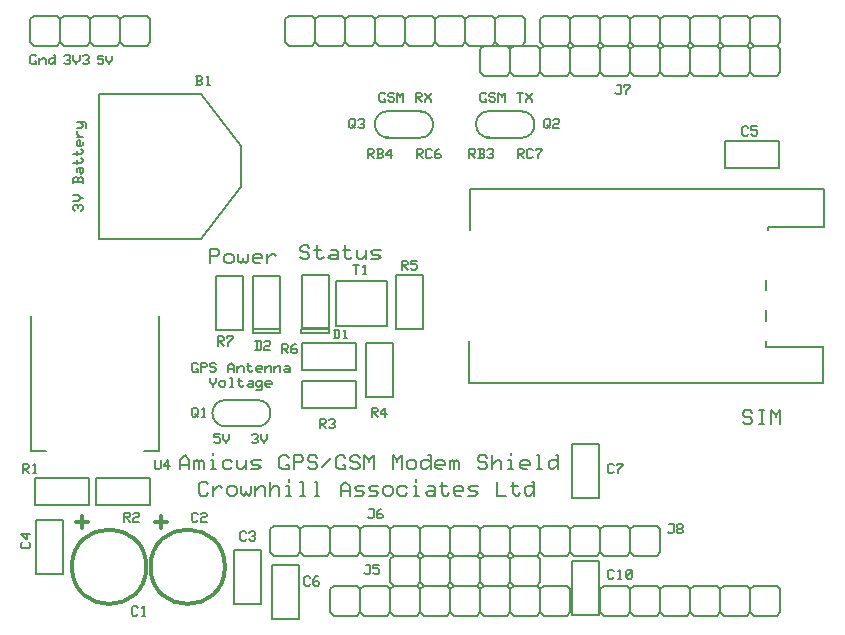
<source format=gbr>
G04 GERBER ASCII OUTPUT FROM: EDWINXP (VER. 1.61 REV. 20080915)*
G04 GERBER FORMAT: RX-274-X*
G04 BOARD: AMICUS_GSM_SHIELD*
G04 ARTWORK OF COMP.PRINT POSITIVE*
%ASAXBY*%
%FSLAX23Y23*%
%MIA0B0*%
%MOIN*%
%OFA0.0000B0.0000*%
%SFA1B1*%
%IJA0B0*%
%INLAYER0POS*%
%IOA0B0*%
%IPPOS*%
%IR0*%
G04 APERTURE MACROS*
%AMEDWDONUT*
1,1,$1,$2,$3*
1,0,$4,$2,$3*
%
%AMEDWFRECT*
20,1,$1,$2,$3,$4,$5,$6*
%
%AMEDWORECT*
20,1,$1,$2,$3,$4,$5,$10*
20,1,$1,$4,$5,$6,$7,$10*
20,1,$1,$6,$7,$8,$9,$10*
20,1,$1,$8,$9,$2,$3,$10*
1,1,$1,$2,$3*
1,1,$1,$4,$5*
1,1,$1,$6,$7*
1,1,$1,$8,$9*
%
%AMEDWLINER*
20,1,$1,$2,$3,$4,$5,$6*
1,1,$1,$2,$3*
1,1,$1,$4,$5*
%
%AMEDWFTRNG*
4,1,3,$1,$2,$3,$4,$5,$6,$7,$8,$9*
%
%AMEDWATRNG*
4,1,3,$1,$2,$3,$4,$5,$6,$7,$8,$9*
20,1,$11,$1,$2,$3,$4,$10*
20,1,$11,$3,$4,$5,$6,$10*
20,1,$11,$5,$6,$7,$8,$10*
1,1,$11,$3,$4*
1,1,$11,$5,$6*
1,1,$11,$7,$8*
%
%AMEDWOTRNG*
20,1,$1,$2,$3,$4,$5,$8*
20,1,$1,$4,$5,$6,$7,$8*
20,1,$1,$6,$7,$2,$3,$8*
1,1,$1,$2,$3*
1,1,$1,$4,$5*
1,1,$1,$6,$7*
%
G04*
G04 APERTURE LIST*
%ADD10R,0.07874X0.05512*%
%ADD11R,0.10274X0.07912*%
%ADD12R,0.0748X0.05118*%
%ADD13R,0.0988X0.07518*%
%ADD14R,0.0700X0.0650*%
%ADD15R,0.0940X0.0890*%
%ADD16R,0.0600X0.0550*%
%ADD17R,0.0840X0.0790*%
%ADD18R,0.0650X0.0700*%
%ADD19R,0.0890X0.0940*%
%ADD20R,0.0550X0.0600*%
%ADD21R,0.0790X0.0840*%
%ADD22R,0.01378X0.06496*%
%ADD23R,0.03778X0.08896*%
%ADD24R,0.01181X0.06299*%
%ADD25R,0.03581X0.08699*%
%ADD26R,0.03386X0.05354*%
%ADD27R,0.05786X0.07754*%
%ADD28R,0.0315X0.05118*%
%ADD29R,0.0555X0.07518*%
%ADD30R,0.16535X0.16535*%
%ADD31R,0.18935X0.18935*%
%ADD32R,0.15748X0.15748*%
%ADD33R,0.18148X0.18148*%
%ADD34R,0.0450X0.0900*%
%ADD35R,0.0690X0.1140*%
%ADD36R,0.0350X0.0800*%
%ADD37R,0.0590X0.1040*%
%ADD38R,0.4200X0.1100*%
%ADD39R,0.4440X0.1340*%
%ADD40R,0.4100X0.1000*%
%ADD41R,0.4340X0.1240*%
%ADD42R,0.0580X0.0500*%
%ADD43R,0.0820X0.0740*%
%ADD44R,0.0480X0.0400*%
%ADD45R,0.0720X0.0640*%
%ADD46R,0.04724X0.06693*%
%ADD47R,0.07124X0.09093*%
%ADD48R,0.03937X0.05906*%
%ADD49R,0.06337X0.08306*%
%ADD50R,0.1350X0.1350*%
%ADD51R,0.1590X0.1590*%
%ADD52R,0.1250X0.1250*%
%ADD53R,0.1490X0.1490*%
%ADD54R,0.1700X0.1700*%
%ADD55R,0.1940X0.1940*%
%ADD56R,0.1560X0.1560*%
%ADD57R,0.1800X0.1800*%
%ADD58R,0.0860X0.0860*%
%ADD59R,0.1100X0.1100*%
%ADD60R,0.0700X0.0700*%
%ADD61R,0.0940X0.0940*%
%ADD62C,0.00039*%
%ADD64C,0.0010*%
%ADD66C,0.00118*%
%ADD68C,0.00197*%
%ADD70C,0.0020*%
%ADD71R,0.0020X0.0020*%
%ADD72C,0.0030*%
%ADD73R,0.0030X0.0030*%
%ADD74C,0.00394*%
%ADD76C,0.0040*%
%ADD77R,0.0040X0.0040*%
%ADD78C,0.0050*%
%ADD79R,0.0050X0.0050*%
%ADD80C,0.00512*%
%ADD81R,0.00512X0.00512*%
%ADD82C,0.00591*%
%ADD83R,0.00591X0.00591*%
%ADD84C,0.00659*%
%ADD85R,0.00659X0.00659*%
%ADD86C,0.00787*%
%ADD87R,0.00787X0.00787*%
%ADD88C,0.00799*%
%ADD90C,0.0080*%
%ADD92C,0.00984*%
%ADD93R,0.00984X0.00984*%
%ADD94C,0.0100*%
%ADD95R,0.0100X0.0100*%
%ADD96C,0.01181*%
%ADD97R,0.01181X0.01181*%
%ADD98C,0.0120*%
%ADD100C,0.0120*%
%ADD102C,0.0126*%
%ADD104C,0.0130*%
%ADD106C,0.01378*%
%ADD107R,0.01378X0.01378*%
%ADD108C,0.0150*%
%ADD109R,0.0150X0.0150*%
%ADD110C,0.0160*%
%ADD112C,0.01654*%
%ADD113R,0.01654X0.01654*%
%ADD114C,0.01969*%
%ADD115R,0.01969X0.01969*%
%ADD116C,0.0200*%
%ADD118C,0.02362*%
%ADD119R,0.02362X0.02362*%
%ADD120C,0.0240*%
%ADD121R,0.0240X0.0240*%
%ADD122C,0.0240*%
%ADD123R,0.0240X0.0240*%
%ADD124C,0.02439*%
%ADD125R,0.02439X0.02439*%
%ADD126C,0.02441*%
%ADD127R,0.02441X0.02441*%
%ADD128C,0.0250*%
%ADD129R,0.0250X0.0250*%
%ADD130C,0.02597*%
%ADD132C,0.02756*%
%ADD134C,0.02794*%
%ADD136C,0.0290*%
%ADD138C,0.02912*%
%ADD139R,0.02912X0.02912*%
%ADD140C,0.02991*%
%ADD141R,0.02991X0.02991*%
%ADD142C,0.0300*%
%ADD143R,0.0300X0.0300*%
%ADD144C,0.03059*%
%ADD145R,0.03059X0.03059*%
%ADD146C,0.0315*%
%ADD147R,0.0315X0.0315*%
%ADD148C,0.03187*%
%ADD150C,0.03199*%
%ADD151R,0.03199X0.03199*%
%ADD152C,0.0320*%
%ADD153R,0.0320X0.0320*%
%ADD154C,0.03386*%
%ADD155R,0.03386X0.03386*%
%ADD156C,0.0350*%
%ADD157R,0.0350X0.0350*%
%ADD158C,0.03581*%
%ADD159R,0.03581X0.03581*%
%ADD160C,0.0360*%
%ADD162C,0.0370*%
%ADD164C,0.03778*%
%ADD165R,0.03778X0.03778*%
%ADD166C,0.0390*%
%ADD167R,0.0390X0.0390*%
%ADD168C,0.03937*%
%ADD169R,0.03937X0.03937*%
%ADD170C,0.0400*%
%ADD171R,0.0400X0.0400*%
%ADD172C,0.04173*%
%ADD173R,0.04173X0.04173*%
%ADD174C,0.04331*%
%ADD176C,0.04369*%
%ADD177R,0.04369X0.04369*%
%ADD178C,0.0440*%
%ADD180C,0.0450*%
%ADD181R,0.0450X0.0450*%
%ADD182C,0.0470*%
%ADD183R,0.0470X0.0470*%
%ADD184C,0.04724*%
%ADD185R,0.04724X0.04724*%
%ADD186C,0.04762*%
%ADD187R,0.04762X0.04762*%
%ADD188C,0.0490*%
%ADD189R,0.0490X0.0490*%
%ADD190C,0.04921*%
%ADD191R,0.04921X0.04921*%
%ADD192C,0.04961*%
%ADD193R,0.04961X0.04961*%
%ADD194C,0.0500*%
%ADD195R,0.0500X0.0500*%
%ADD196C,0.05118*%
%ADD197R,0.05118X0.05118*%
%ADD198C,0.05354*%
%ADD199R,0.05354X0.05354*%
%ADD200C,0.05512*%
%ADD201R,0.05512X0.05512*%
%ADD202C,0.0555*%
%ADD203R,0.0555X0.0555*%
%ADD204C,0.0560*%
%ADD205R,0.0560X0.0560*%
%ADD206C,0.0570*%
%ADD207R,0.0570X0.0570*%
%ADD208C,0.05786*%
%ADD209R,0.05786X0.05786*%
%ADD210C,0.0590*%
%ADD211R,0.0590X0.0590*%
%ADD212C,0.05906*%
%ADD213R,0.05906X0.05906*%
%ADD214C,0.05945*%
%ADD215R,0.05945X0.05945*%
%ADD216C,0.0600*%
%ADD217R,0.0600X0.0600*%
%ADD218C,0.0620*%
%ADD219R,0.0620X0.0620*%
%ADD220C,0.06201*%
%ADD221R,0.06201X0.06201*%
%ADD222C,0.06299*%
%ADD223R,0.06299X0.06299*%
%ADD224C,0.06337*%
%ADD225R,0.06337X0.06337*%
%ADD226C,0.06496*%
%ADD227R,0.06496X0.06496*%
%ADD228C,0.0650*%
%ADD229R,0.0650X0.0650*%
%ADD230C,0.06693*%
%ADD231R,0.06693X0.06693*%
%ADD232C,0.06731*%
%ADD233R,0.06731X0.06731*%
%ADD234C,0.0690*%
%ADD235R,0.0690X0.0690*%
%ADD236C,0.06906*%
%ADD237R,0.06906X0.06906*%
%ADD238C,0.0700*%
%ADD239R,0.0700X0.0700*%
%ADD240C,0.07008*%
%ADD241R,0.07008X0.07008*%
%ADD242C,0.07087*%
%ADD243R,0.07087X0.07087*%
%ADD244C,0.0710*%
%ADD245R,0.0710X0.0710*%
%ADD246C,0.07124*%
%ADD247R,0.07124X0.07124*%
%ADD248C,0.0740*%
%ADD249R,0.0740X0.0740*%
%ADD250C,0.0748*%
%ADD251R,0.0748X0.0748*%
%ADD252C,0.0750*%
%ADD253R,0.0750X0.0750*%
%ADD254C,0.07518*%
%ADD255R,0.07518X0.07518*%
%ADD256C,0.07598*%
%ADD257R,0.07598X0.07598*%
%ADD258C,0.0760*%
%ADD259R,0.0760X0.0760*%
%ADD260C,0.07754*%
%ADD261R,0.07754X0.07754*%
%ADD262C,0.07795*%
%ADD263R,0.07795X0.07795*%
%ADD264C,0.07874*%
%ADD265R,0.07874X0.07874*%
%ADD266C,0.07912*%
%ADD267R,0.07912X0.07912*%
%ADD268C,0.0800*%
%ADD269R,0.0800X0.0800*%
%ADD270C,0.0810*%
%ADD271R,0.0810X0.0810*%
%ADD272C,0.08268*%
%ADD273R,0.08268X0.08268*%
%ADD274C,0.08306*%
%ADD275R,0.08306X0.08306*%
%ADD276C,0.08345*%
%ADD277R,0.08345X0.08345*%
%ADD278C,0.0840*%
%ADD279R,0.0840X0.0840*%
%ADD280C,0.08598*%
%ADD281R,0.08598X0.08598*%
%ADD282C,0.0860*%
%ADD283R,0.0860X0.0860*%
%ADD284C,0.08601*%
%ADD285R,0.08601X0.08601*%
%ADD286C,0.08661*%
%ADD287R,0.08661X0.08661*%
%ADD288C,0.08699*%
%ADD289R,0.08699X0.08699*%
%ADD290C,0.0870*%
%ADD291R,0.0870X0.0870*%
%ADD292C,0.08896*%
%ADD293R,0.08896X0.08896*%
%ADD294C,0.0890*%
%ADD295R,0.0890X0.0890*%
%ADD296C,0.0900*%
%ADD297R,0.0900X0.0900*%
%ADD298C,0.09093*%
%ADD299R,0.09093X0.09093*%
%ADD300C,0.0940*%
%ADD301R,0.0940X0.0940*%
%ADD302C,0.09449*%
%ADD303R,0.09449X0.09449*%
%ADD304C,0.09528*%
%ADD305R,0.09528X0.09528*%
%ADD306C,0.0970*%
%ADD307R,0.0970X0.0970*%
%ADD308C,0.09843*%
%ADD309R,0.09843X0.09843*%
%ADD310C,0.0988*%
%ADD311R,0.0988X0.0988*%
%ADD312C,0.0990*%
%ADD313R,0.0990X0.0990*%
%ADD314C,0.09998*%
%ADD316C,0.1000*%
%ADD317R,0.1000X0.1000*%
%ADD318C,0.10236*%
%ADD319R,0.10236X0.10236*%
%ADD320C,0.10274*%
%ADD321R,0.10274X0.10274*%
%ADD322C,0.10315*%
%ADD323R,0.10315X0.10315*%
%ADD324C,0.1040*%
%ADD325R,0.1040X0.1040*%
%ADD326C,0.1063*%
%ADD327R,0.1063X0.1063*%
%ADD328C,0.10668*%
%ADD329R,0.10668X0.10668*%
%ADD330C,0.10998*%
%ADD331R,0.10998X0.10998*%
%ADD332C,0.1100*%
%ADD333R,0.1100X0.1100*%
%ADD334C,0.11024*%
%ADD335R,0.11024X0.11024*%
%ADD336C,0.11061*%
%ADD337R,0.11061X0.11061*%
%ADD338C,0.1110*%
%ADD339R,0.1110X0.1110*%
%ADD340C,0.1120*%
%ADD341R,0.1120X0.1120*%
%ADD342C,0.1140*%
%ADD343R,0.1140X0.1140*%
%ADD344C,0.1150*%
%ADD345R,0.1150X0.1150*%
%ADD346C,0.11811*%
%ADD347R,0.11811X0.11811*%
%ADD348C,0.1200*%
%ADD349R,0.1200X0.1200*%
%ADD350C,0.1210*%
%ADD351R,0.1210X0.1210*%
%ADD352C,0.12243*%
%ADD353R,0.12243X0.12243*%
%ADD354C,0.1240*%
%ADD355R,0.1240X0.1240*%
%ADD356C,0.1250*%
%ADD357R,0.1250X0.1250*%
%ADD358C,0.12598*%
%ADD359R,0.12598X0.12598*%
%ADD360C,0.12636*%
%ADD361R,0.12636X0.12636*%
%ADD362C,0.12992*%
%ADD363R,0.12992X0.12992*%
%ADD364C,0.1300*%
%ADD365R,0.1300X0.1300*%
%ADD366C,0.1340*%
%ADD367R,0.1340X0.1340*%
%ADD368C,0.1390*%
%ADD369R,0.1390X0.1390*%
%ADD370C,0.1420*%
%ADD371R,0.1420X0.1420*%
%ADD372C,0.1440*%
%ADD373R,0.1440X0.1440*%
%ADD374C,0.14567*%
%ADD375R,0.14567X0.14567*%
%ADD376C,0.1490*%
%ADD377R,0.1490X0.1490*%
%ADD378C,0.14961*%
%ADD379R,0.14961X0.14961*%
%ADD380C,0.15118*%
%ADD381R,0.15118X0.15118*%
%ADD382C,0.1520*%
%ADD383R,0.1520X0.1520*%
%ADD384C,0.15354*%
%ADD385R,0.15354X0.15354*%
%ADD386C,0.15374*%
%ADD387R,0.15374X0.15374*%
%ADD388C,0.1540*%
%ADD389R,0.1540X0.1540*%
%ADD390C,0.15748*%
%ADD391R,0.15748X0.15748*%
%ADD392C,0.16535*%
%ADD393R,0.16535X0.16535*%
%ADD394C,0.1660*%
%ADD395R,0.1660X0.1660*%
%ADD396C,0.17323*%
%ADD398C,0.1760*%
%ADD399R,0.1760X0.1760*%
%ADD400C,0.17774*%
%ADD401R,0.17774X0.17774*%
%ADD402C,0.18148*%
%ADD403R,0.18148X0.18148*%
%ADD404C,0.18504*%
%ADD406C,0.18898*%
%ADD408C,0.18935*%
%ADD409R,0.18935X0.18935*%
%ADD410C,0.19685*%
%ADD411R,0.19685X0.19685*%
%ADD412C,0.20472*%
%ADD413R,0.20472X0.20472*%
%ADD414C,0.20904*%
%ADD416C,0.2126*%
%ADD418C,0.21298*%
%ADD420C,0.22085*%
%ADD421R,0.22085X0.22085*%
%ADD422C,0.22835*%
%ADD425R,0.22872X0.22872*%
%ADD427R,0.23622X0.23622*%
%ADD429R,0.24409X0.24409*%
%ADD431R,0.24937X0.24937*%
%ADD433R,0.26022X0.26022*%
%ADD435R,0.26142X0.26142*%
%ADD437R,0.26929X0.26929*%
%ADD439R,0.27337X0.27337*%
%ADD441R,0.31496X0.31496*%
%ADD443R,0.32811X0.32811*%
%ADD445R,0.33896X0.33896*%
%ADD447R,0.35211X0.35211*%
%ADD449R,0.35433X0.35433*%
%ADD451R,0.3622X0.3622*%
%ADD453R,0.37833X0.37833*%
%ADD455R,0.3862X0.3862*%
%ADD456C,0.4862*%
%ADD457R,0.4862X0.4862*%
%ADD458C,0.5862*%
%ADD459R,0.5862X0.5862*%
%ADD460C,0.6862*%
%ADD461R,0.6862X0.6862*%
%ADD462C,0.7862*%
%ADD463R,0.7862X0.7862*%
%ADD464C,0.8862*%
%ADD465R,0.8862X0.8862*%
%ADD466C,0.9862*%
%ADD467R,0.9862X0.9862*%
%ADD468C,1.0862*%
%ADD469R,1.0862X1.0862*%
%ADD470C,1.1862*%
%ADD471R,1.1862X1.1862*%
%ADD472C,1.2862*%
%ADD473R,1.2862X1.2862*%
%ADD474C,1.3862*%
%ADD475R,1.3862X1.3862*%
%ADD476C,1.4862*%
%ADD477R,1.4862X1.4862*%
%ADD478C,1.5862*%
%ADD479R,1.5862X1.5862*%
%ADD480C,1.6862*%
%ADD481R,1.6862X1.6862*%
%ADD482C,1.7862*%
%ADD483R,1.7862X1.7862*%
%ADD484C,1.8862*%
%ADD485R,1.8862X1.8862*%
%ADD486C,1.9862*%
%ADD487R,1.9862X1.9862*%
G04*
D78*
X2697Y1473D02*
X1516Y1473D01*
X2693Y824D02*
X1512Y824D01*
X2693Y824D02*
X2693Y949D01*
X2697Y1348D02*
X2697Y1473D01*
X2696Y1347D02*
X2508Y1347D01*
X2693Y946D02*
X2505Y946D01*
X1516Y1473D02*
X1516Y1335D01*
X1512Y824D02*
X1512Y965D01*
X2508Y1347D02*
X2508Y1335D01*
X2504Y946D02*
X2504Y965D01*
X2504Y1068D02*
X2504Y1032D01*
X2504Y1170D02*
X2504Y1135D01*
D90*
X268Y418D02*
X268Y508D01*
X448Y508D01*
X448Y418D01*
X268Y418D01*
D80*
X363Y363D02*
X363Y393D01*
X378Y393D01*
X383Y388D01*
X383Y383D01*
X378Y378D01*
X363Y378D01*
X368Y378D02*
X383Y363D01*
X393Y388D02*
X398Y393D01*
X409Y393D01*
X414Y388D01*
X414Y383D01*
X409Y378D01*
X398Y378D01*
X393Y373D01*
X393Y363D01*
X414Y363D01*
D90*
X245Y508D02*
X245Y418D01*
X65Y418D01*
X65Y508D01*
X245Y508D01*
D80*
X25Y525D02*
X25Y556D01*
X40Y556D01*
X45Y551D01*
X45Y545D01*
X40Y540D01*
X25Y540D01*
X30Y540D02*
X45Y525D01*
X61Y525D02*
X71Y525D01*
X66Y525D02*
X66Y556D01*
X61Y551D01*
D90*
X730Y270D02*
X820Y270D01*
X820Y90D01*
X730Y90D01*
X730Y270D01*
D80*
X770Y305D02*
X765Y300D01*
X755Y300D01*
X750Y305D01*
X750Y326D01*
X755Y331D01*
X765Y331D01*
X770Y326D01*
X781Y326D02*
X786Y331D01*
X796Y331D01*
X801Y326D01*
X801Y320D01*
X796Y315D01*
X791Y315D01*
X796Y315D02*
X801Y310D01*
X801Y305D01*
X796Y300D01*
X786Y300D01*
X781Y305D01*
D104*
G75*
G01X699Y213D02*
G03X699Y213I-124J0D01*
G01*
X487Y381D02*
X487Y341D01*
X507Y361D02*
X467Y361D01*
D80*
X608Y368D02*
X603Y363D01*
X593Y363D01*
X588Y368D01*
X588Y388D01*
X593Y393D01*
X603Y393D01*
X608Y388D01*
X618Y388D02*
X623Y393D01*
X634Y393D01*
X639Y388D01*
X639Y383D01*
X634Y378D01*
X623Y378D01*
X618Y373D01*
X618Y363D01*
X639Y363D01*
D104*
G75*
G01X437Y213D02*
G03X437Y213I-124J0D01*
G01*
X224Y381D02*
X224Y341D01*
X244Y361D02*
X204Y361D01*
D80*
X408Y55D02*
X403Y50D01*
X393Y50D01*
X388Y55D01*
X388Y76D01*
X393Y81D01*
X403Y81D01*
X408Y76D01*
X423Y50D02*
X434Y50D01*
X428Y50D02*
X428Y81D01*
X423Y76D01*
D78*
X850Y263D02*
X850Y338D01*
X863Y350D02*
X938Y350D01*
X950Y338D02*
X950Y263D01*
X863Y250D02*
X938Y250D01*
X950Y263D01*
X950Y338D02*
X938Y350D01*
X863Y350D02*
X850Y338D01*
X850Y263D02*
X863Y250D01*
X1050Y338D02*
X1050Y263D01*
X1150Y338D02*
X1150Y263D01*
X1250Y338D02*
X1250Y263D01*
X1350Y338D02*
X1350Y263D01*
X1450Y338D02*
X1450Y263D01*
X1550Y338D02*
X1550Y263D01*
X1650Y338D02*
X1650Y263D01*
X963Y350D02*
X1038Y350D01*
X1063Y350D02*
X1138Y350D01*
X1063Y250D02*
X1138Y250D01*
X963Y250D02*
X1038Y250D01*
X1163Y250D02*
X1238Y250D01*
X1163Y350D02*
X1238Y350D01*
X1263Y350D02*
X1338Y350D01*
X1263Y250D02*
X1338Y250D01*
X1363Y250D02*
X1438Y250D01*
X1363Y350D02*
X1438Y350D01*
X1463Y350D02*
X1538Y350D01*
X1463Y250D02*
X1538Y250D01*
X1563Y250D02*
X1638Y250D01*
X1563Y350D02*
X1638Y350D01*
X963Y350D02*
X950Y338D01*
X1063Y350D02*
X1050Y338D01*
X1163Y350D02*
X1150Y338D01*
X1263Y350D02*
X1250Y338D01*
X1150Y263D02*
X1138Y250D01*
X1050Y263D02*
X1038Y250D01*
X1250Y263D02*
X1238Y250D01*
X1350Y263D02*
X1338Y250D01*
X1363Y350D02*
X1350Y338D01*
X1450Y263D02*
X1438Y250D01*
X1463Y350D02*
X1450Y338D01*
X1563Y350D02*
X1550Y338D01*
X1650Y263D02*
X1638Y250D01*
X1550Y263D02*
X1538Y250D01*
X1538Y350D02*
X1550Y338D01*
X1550Y263D02*
X1563Y250D01*
X1638Y350D02*
X1650Y338D01*
X1438Y350D02*
X1450Y338D01*
X1450Y263D02*
X1463Y250D01*
X1350Y263D02*
X1363Y250D01*
X1338Y350D02*
X1350Y338D01*
X1250Y263D02*
X1263Y250D01*
X1238Y350D02*
X1250Y338D01*
X1138Y350D02*
X1150Y338D01*
X1150Y263D02*
X1163Y250D01*
X1050Y263D02*
X1063Y250D01*
X1038Y350D02*
X1050Y338D01*
X950Y263D02*
X963Y250D01*
D80*
X1175Y380D02*
X1180Y375D01*
X1190Y375D01*
X1195Y380D01*
X1195Y406D01*
X1180Y406D01*
X1206Y385D02*
X1211Y390D01*
X1221Y390D01*
X1226Y385D01*
X1226Y380D01*
X1221Y375D01*
X1211Y375D01*
X1206Y380D01*
X1206Y395D01*
X1216Y406D01*
X1221Y406D01*
D78*
X1750Y238D02*
X1750Y163D01*
X1738Y150D02*
X1663Y150D01*
X1650Y163D02*
X1650Y238D01*
X1738Y250D02*
X1663Y250D01*
X1650Y238D01*
X1650Y163D02*
X1663Y150D01*
X1738Y150D02*
X1750Y163D01*
X1750Y238D02*
X1738Y250D01*
X1550Y163D02*
X1550Y238D01*
X1450Y163D02*
X1450Y238D01*
X1350Y163D02*
X1350Y238D01*
X1250Y163D02*
X1250Y238D01*
X1638Y150D02*
X1563Y150D01*
X1538Y150D02*
X1463Y150D01*
X1538Y250D02*
X1463Y250D01*
X1638Y250D02*
X1563Y250D01*
X1438Y250D02*
X1363Y250D01*
X1438Y150D02*
X1363Y150D01*
X1338Y150D02*
X1263Y150D01*
X1338Y250D02*
X1263Y250D01*
X1638Y150D02*
X1650Y163D01*
X1538Y150D02*
X1550Y163D01*
X1438Y150D02*
X1450Y163D01*
X1338Y150D02*
X1350Y163D01*
X1450Y238D02*
X1463Y250D01*
X1550Y238D02*
X1563Y250D01*
X1350Y238D02*
X1363Y250D01*
X1250Y238D02*
X1263Y250D01*
X1263Y150D02*
X1250Y163D01*
X1350Y238D02*
X1338Y250D01*
X1363Y150D02*
X1350Y163D01*
X1463Y150D02*
X1450Y163D01*
X1450Y238D02*
X1438Y250D01*
X1550Y238D02*
X1538Y250D01*
X1563Y150D02*
X1550Y163D01*
X1650Y238D02*
X1638Y250D01*
D80*
X1163Y193D02*
X1168Y188D01*
X1178Y188D01*
X1183Y193D01*
X1183Y218D01*
X1168Y218D01*
X1193Y193D02*
X1198Y188D01*
X1209Y188D01*
X1214Y193D01*
X1214Y203D01*
X1209Y208D01*
X1193Y208D01*
X1193Y218D01*
X1214Y218D01*
D90*
X53Y1050D02*
X53Y600D01*
X103Y600D01*
X478Y1050D02*
X478Y600D01*
X428Y600D01*
D80*
X465Y568D02*
X465Y543D01*
X470Y538D01*
X480Y538D01*
X485Y543D01*
X485Y568D01*
X516Y548D02*
X496Y548D01*
X496Y553D01*
X511Y568D01*
X511Y538D01*
D78*
X1750Y1963D02*
X1750Y2038D01*
X1763Y2050D02*
X1838Y2050D01*
X1850Y2038D02*
X1850Y1963D01*
X1763Y1950D02*
X1838Y1950D01*
X1850Y1963D01*
X1850Y2038D02*
X1838Y2050D01*
X1763Y2050D02*
X1750Y2038D01*
X1750Y1963D02*
X1763Y1950D01*
X1950Y2038D02*
X1950Y1963D01*
X2050Y2038D02*
X2050Y1963D01*
X2150Y2038D02*
X2150Y1963D01*
X2250Y2038D02*
X2250Y1963D01*
X2350Y2038D02*
X2350Y1963D01*
X2450Y2038D02*
X2450Y1963D01*
X2550Y2038D02*
X2550Y1963D01*
X1863Y2050D02*
X1938Y2050D01*
X1963Y2050D02*
X2038Y2050D01*
X1963Y1950D02*
X2038Y1950D01*
X1863Y1950D02*
X1938Y1950D01*
X2063Y1950D02*
X2138Y1950D01*
X2063Y2050D02*
X2138Y2050D01*
X2163Y2050D02*
X2238Y2050D01*
X2163Y1950D02*
X2238Y1950D01*
X2263Y1950D02*
X2338Y1950D01*
X2263Y2050D02*
X2338Y2050D01*
X2363Y2050D02*
X2438Y2050D01*
X2363Y1950D02*
X2438Y1950D01*
X2463Y1950D02*
X2538Y1950D01*
X2463Y2050D02*
X2538Y2050D01*
X1863Y2050D02*
X1850Y2038D01*
X1963Y2050D02*
X1950Y2038D01*
X2063Y2050D02*
X2050Y2038D01*
X2163Y2050D02*
X2150Y2038D01*
X2050Y1963D02*
X2038Y1950D01*
X1950Y1963D02*
X1938Y1950D01*
X2150Y1963D02*
X2138Y1950D01*
X2250Y1963D02*
X2238Y1950D01*
X2263Y2050D02*
X2250Y2038D01*
X2350Y1963D02*
X2338Y1950D01*
X2363Y2050D02*
X2350Y2038D01*
X2463Y2050D02*
X2450Y2038D01*
X2550Y1963D02*
X2538Y1950D01*
X2450Y1963D02*
X2438Y1950D01*
X2438Y2050D02*
X2450Y2038D01*
X2450Y1963D02*
X2463Y1950D01*
X2538Y2050D02*
X2550Y2038D01*
X2338Y2050D02*
X2350Y2038D01*
X2350Y1963D02*
X2363Y1950D01*
X2250Y1963D02*
X2263Y1950D01*
X2238Y2050D02*
X2250Y2038D01*
X2150Y1963D02*
X2163Y1950D01*
X2138Y2050D02*
X2150Y2038D01*
X2038Y2050D02*
X2050Y2038D01*
X2050Y1963D02*
X2063Y1950D01*
X1950Y1963D02*
X1963Y1950D01*
X1938Y2050D02*
X1950Y2038D01*
X1850Y1963D02*
X1863Y1950D01*
X1250Y63D02*
X1250Y138D01*
X1263Y150D02*
X1338Y150D01*
X1350Y138D02*
X1350Y63D01*
X1263Y50D02*
X1338Y50D01*
X1350Y63D01*
X1350Y138D02*
X1338Y150D01*
X1263Y150D02*
X1250Y138D01*
X1250Y63D02*
X1263Y50D01*
X1450Y138D02*
X1450Y63D01*
X1550Y138D02*
X1550Y63D01*
X1650Y138D02*
X1650Y63D01*
X1750Y138D02*
X1750Y63D01*
X1850Y138D02*
X1850Y63D01*
X1363Y150D02*
X1438Y150D01*
X1463Y150D02*
X1538Y150D01*
X1463Y50D02*
X1538Y50D01*
X1363Y50D02*
X1438Y50D01*
X1563Y50D02*
X1638Y50D01*
X1563Y150D02*
X1638Y150D01*
X1663Y150D02*
X1738Y150D01*
X1663Y50D02*
X1738Y50D01*
X1763Y50D02*
X1838Y50D01*
X1763Y150D02*
X1838Y150D01*
X1363Y150D02*
X1350Y138D01*
X1463Y150D02*
X1450Y138D01*
X1563Y150D02*
X1550Y138D01*
X1663Y150D02*
X1650Y138D01*
X1550Y63D02*
X1538Y50D01*
X1450Y63D02*
X1438Y50D01*
X1650Y63D02*
X1638Y50D01*
X1750Y63D02*
X1738Y50D01*
X1763Y150D02*
X1750Y138D01*
X1850Y63D02*
X1838Y50D01*
X1838Y150D02*
X1850Y138D01*
X1750Y63D02*
X1763Y50D01*
X1738Y150D02*
X1750Y138D01*
X1650Y63D02*
X1663Y50D01*
X1638Y150D02*
X1650Y138D01*
X1538Y150D02*
X1550Y138D01*
X1550Y63D02*
X1563Y50D01*
X1450Y63D02*
X1463Y50D01*
X1438Y150D02*
X1450Y138D01*
X1350Y63D02*
X1363Y50D01*
X900Y1963D02*
X900Y2038D01*
X913Y2050D02*
X988Y2050D01*
X1000Y2038D02*
X1000Y1963D01*
X913Y1950D02*
X988Y1950D01*
X1000Y1963D01*
X1000Y2038D02*
X988Y2050D01*
X913Y2050D02*
X900Y2038D01*
X900Y1963D02*
X913Y1950D01*
X1100Y2038D02*
X1100Y1963D01*
X1200Y2038D02*
X1200Y1963D01*
X1300Y2038D02*
X1300Y1963D01*
X1400Y2038D02*
X1400Y1963D01*
X1500Y2038D02*
X1500Y1963D01*
X1600Y2038D02*
X1600Y1963D01*
X1700Y2038D02*
X1700Y1963D01*
X1013Y2050D02*
X1088Y2050D01*
X1113Y2050D02*
X1188Y2050D01*
X1113Y1950D02*
X1188Y1950D01*
X1013Y1950D02*
X1088Y1950D01*
X1213Y1950D02*
X1288Y1950D01*
X1213Y2050D02*
X1288Y2050D01*
X1313Y2050D02*
X1388Y2050D01*
X1313Y1950D02*
X1388Y1950D01*
X1413Y1950D02*
X1488Y1950D01*
X1413Y2050D02*
X1488Y2050D01*
X1513Y2050D02*
X1588Y2050D01*
X1513Y1950D02*
X1588Y1950D01*
X1613Y1950D02*
X1688Y1950D01*
X1613Y2050D02*
X1688Y2050D01*
X1013Y2050D02*
X1000Y2038D01*
X1113Y2050D02*
X1100Y2038D01*
X1213Y2050D02*
X1200Y2038D01*
X1313Y2050D02*
X1300Y2038D01*
X1200Y1963D02*
X1188Y1950D01*
X1100Y1963D02*
X1088Y1950D01*
X1300Y1963D02*
X1288Y1950D01*
X1400Y1963D02*
X1388Y1950D01*
X1413Y2050D02*
X1400Y2038D01*
X1500Y1963D02*
X1488Y1950D01*
X1513Y2050D02*
X1500Y2038D01*
X1613Y2050D02*
X1600Y2038D01*
X1700Y1963D02*
X1688Y1950D01*
X1600Y1963D02*
X1588Y1950D01*
X1588Y2050D02*
X1600Y2038D01*
X1600Y1963D02*
X1613Y1950D01*
X1688Y2050D02*
X1700Y2038D01*
X1488Y2050D02*
X1500Y2038D01*
X1500Y1963D02*
X1513Y1950D01*
X1400Y1963D02*
X1413Y1950D01*
X1388Y2050D02*
X1400Y2038D01*
X1300Y1963D02*
X1313Y1950D01*
X1288Y2050D02*
X1300Y2038D01*
X1188Y2050D02*
X1200Y2038D01*
X1200Y1963D02*
X1213Y1950D01*
X1100Y1963D02*
X1113Y1950D01*
X1088Y2050D02*
X1100Y2038D01*
X1000Y1963D02*
X1013Y1950D01*
X1950Y63D02*
X1950Y138D01*
X1963Y150D02*
X2038Y150D01*
X2050Y138D02*
X2050Y63D01*
X1963Y50D02*
X2038Y50D01*
X2050Y63D01*
X2050Y138D02*
X2038Y150D01*
X1963Y150D02*
X1950Y138D01*
X1950Y63D02*
X1963Y50D01*
X2150Y138D02*
X2150Y63D01*
X2250Y138D02*
X2250Y63D01*
X2350Y138D02*
X2350Y63D01*
X2450Y138D02*
X2450Y63D01*
X2550Y138D02*
X2550Y63D01*
X2063Y150D02*
X2138Y150D01*
X2163Y150D02*
X2238Y150D01*
X2163Y50D02*
X2238Y50D01*
X2063Y50D02*
X2138Y50D01*
X2263Y50D02*
X2338Y50D01*
X2263Y150D02*
X2338Y150D01*
X2363Y150D02*
X2438Y150D01*
X2363Y50D02*
X2438Y50D01*
X2463Y50D02*
X2538Y50D01*
X2463Y150D02*
X2538Y150D01*
X2063Y150D02*
X2050Y138D01*
X2163Y150D02*
X2150Y138D01*
X2263Y150D02*
X2250Y138D01*
X2363Y150D02*
X2350Y138D01*
X2250Y63D02*
X2238Y50D01*
X2150Y63D02*
X2138Y50D01*
X2350Y63D02*
X2338Y50D01*
X2450Y63D02*
X2438Y50D01*
X2463Y150D02*
X2450Y138D01*
X2550Y63D02*
X2538Y50D01*
X2538Y150D02*
X2550Y138D01*
X2450Y63D02*
X2463Y50D01*
X2438Y150D02*
X2450Y138D01*
X2350Y63D02*
X2363Y50D01*
X2338Y150D02*
X2350Y138D01*
X2238Y150D02*
X2250Y138D01*
X2250Y63D02*
X2263Y50D01*
X2150Y63D02*
X2163Y50D01*
X2138Y150D02*
X2150Y138D01*
X2050Y63D02*
X2063Y50D01*
X1550Y1863D02*
X1550Y1938D01*
X1563Y1950D02*
X1638Y1950D01*
X1650Y1938D02*
X1650Y1863D01*
X1563Y1850D02*
X1638Y1850D01*
X1650Y1863D01*
X1650Y1938D02*
X1638Y1950D01*
X1563Y1950D02*
X1550Y1938D01*
X1550Y1863D02*
X1563Y1850D01*
X1750Y1938D02*
X1750Y1863D01*
X1850Y1938D02*
X1850Y1863D01*
X1950Y1938D02*
X1950Y1863D01*
X2050Y1938D02*
X2050Y1863D01*
X2150Y1938D02*
X2150Y1863D01*
X2250Y1938D02*
X2250Y1863D01*
X2350Y1938D02*
X2350Y1863D01*
X1663Y1950D02*
X1738Y1950D01*
X1763Y1950D02*
X1838Y1950D01*
X1763Y1850D02*
X1838Y1850D01*
X1663Y1850D02*
X1738Y1850D01*
X1863Y1850D02*
X1938Y1850D01*
X1863Y1950D02*
X1938Y1950D01*
X1963Y1950D02*
X2038Y1950D01*
X1963Y1850D02*
X2038Y1850D01*
X2063Y1850D02*
X2138Y1850D01*
X2063Y1950D02*
X2138Y1950D01*
X2163Y1950D02*
X2238Y1950D01*
X2163Y1850D02*
X2238Y1850D01*
X2263Y1850D02*
X2338Y1850D01*
X2263Y1950D02*
X2338Y1950D01*
X1663Y1950D02*
X1650Y1938D01*
X1763Y1950D02*
X1750Y1938D01*
X1863Y1950D02*
X1850Y1938D01*
X1963Y1950D02*
X1950Y1938D01*
X1850Y1863D02*
X1838Y1850D01*
X1750Y1863D02*
X1738Y1850D01*
X1950Y1863D02*
X1938Y1850D01*
X2050Y1863D02*
X2038Y1850D01*
X2063Y1950D02*
X2050Y1938D01*
X2150Y1863D02*
X2138Y1850D01*
X2163Y1950D02*
X2150Y1938D01*
X2263Y1950D02*
X2250Y1938D01*
X2350Y1863D02*
X2338Y1850D01*
X2250Y1863D02*
X2238Y1850D01*
X2238Y1950D02*
X2250Y1938D01*
X2250Y1863D02*
X2263Y1850D01*
X2338Y1950D02*
X2350Y1938D01*
X2138Y1950D02*
X2150Y1938D01*
X2150Y1863D02*
X2163Y1850D01*
X2050Y1863D02*
X2063Y1850D01*
X2038Y1950D02*
X2050Y1938D01*
X1950Y1863D02*
X1963Y1850D01*
X1938Y1950D02*
X1950Y1938D01*
X1838Y1950D02*
X1850Y1938D01*
X1850Y1863D02*
X1863Y1850D01*
X1750Y1863D02*
X1763Y1850D01*
X1738Y1950D02*
X1750Y1938D01*
X1650Y1863D02*
X1663Y1850D01*
X2450Y1938D02*
X2450Y1863D01*
X2550Y1938D02*
X2550Y1863D01*
X2363Y1950D02*
X2438Y1950D01*
X2463Y1950D02*
X2538Y1950D01*
X2463Y1850D02*
X2538Y1850D01*
X2363Y1850D02*
X2438Y1850D01*
X2363Y1950D02*
X2350Y1938D01*
X2463Y1950D02*
X2450Y1938D01*
X2450Y1863D02*
X2438Y1850D01*
X2550Y1863D02*
X2538Y1850D01*
X2538Y1950D02*
X2550Y1938D01*
X2450Y1863D02*
X2463Y1850D01*
X2438Y1950D02*
X2450Y1938D01*
X2350Y1863D02*
X2363Y1850D01*
D80*
X2000Y1793D02*
X2005Y1788D01*
X2015Y1788D01*
X2020Y1793D01*
X2020Y1818D01*
X2005Y1818D01*
X2036Y1788D02*
X2036Y1798D01*
X2051Y1813D01*
X2051Y1818D01*
X2031Y1818D01*
X2031Y1813D01*
D90*
X1945Y443D02*
X1855Y443D01*
X1855Y623D01*
X1945Y623D01*
X1945Y443D01*
D80*
X1995Y530D02*
X1990Y525D01*
X1980Y525D01*
X1975Y530D01*
X1975Y551D01*
X1980Y556D01*
X1990Y556D01*
X1995Y551D01*
X2011Y525D02*
X2011Y535D01*
X2026Y551D01*
X2026Y556D01*
X2006Y556D01*
X2006Y551D01*
D90*
X855Y220D02*
X945Y220D01*
X945Y40D01*
X855Y40D01*
X855Y220D01*
D80*
X983Y155D02*
X978Y150D01*
X968Y150D01*
X963Y155D01*
X963Y176D01*
X968Y181D01*
X978Y181D01*
X983Y176D01*
X993Y160D02*
X998Y165D01*
X1009Y165D01*
X1014Y160D01*
X1014Y155D01*
X1009Y150D01*
X998Y150D01*
X993Y155D01*
X993Y170D01*
X1003Y181D01*
X1009Y181D01*
D90*
X1268Y1185D02*
X1358Y1185D01*
X1358Y1005D01*
X1268Y1005D01*
X1268Y1185D01*
D80*
X1288Y1203D02*
X1288Y1233D01*
X1303Y1233D01*
X1308Y1228D01*
X1308Y1223D01*
X1303Y1218D01*
X1288Y1218D01*
X1293Y1218D02*
X1308Y1203D01*
X1318Y1208D02*
X1323Y1203D01*
X1334Y1203D01*
X1339Y1208D01*
X1339Y1218D01*
X1334Y1223D01*
X1318Y1223D01*
X1318Y1233D01*
X1339Y1233D01*
D90*
X1168Y958D02*
X1258Y958D01*
X1258Y778D01*
X1168Y778D01*
X1168Y958D01*
D80*
X1188Y713D02*
X1188Y743D01*
X1203Y743D01*
X1208Y738D01*
X1208Y733D01*
X1203Y728D01*
X1188Y728D01*
X1193Y728D02*
X1208Y713D01*
X1239Y723D02*
X1218Y723D01*
X1218Y728D01*
X1234Y743D01*
X1234Y713D01*
D90*
X1240Y1015D02*
X1070Y1015D01*
X1070Y1165D01*
X1240Y1165D01*
X1240Y1015D01*
D80*
X1135Y1188D02*
X1135Y1218D01*
X1125Y1218D02*
X1145Y1218D01*
X1161Y1188D02*
X1171Y1188D01*
X1166Y1188D02*
X1166Y1218D01*
X1161Y1213D01*
D90*
X1135Y833D02*
X1135Y743D01*
X955Y743D01*
X955Y833D01*
X1135Y833D01*
D80*
X1015Y675D02*
X1015Y706D01*
X1030Y706D01*
X1035Y701D01*
X1035Y695D01*
X1030Y690D01*
X1015Y690D01*
X1020Y690D02*
X1035Y675D01*
X1046Y701D02*
X1051Y706D01*
X1061Y706D01*
X1066Y701D01*
X1066Y695D01*
X1061Y690D01*
X1056Y690D01*
X1061Y690D02*
X1066Y685D01*
X1066Y680D01*
X1061Y675D01*
X1051Y675D01*
X1046Y680D01*
D90*
G75*
G01X1350Y1643D02*
G03X1348Y1732I-1J44D01*
G01*
G75*
G01X1242Y1732D02*
G03X1244Y1643I1J-44D01*
G01*
X1350Y1643D02*
X1237Y1643D01*
X1355Y1732D02*
X1242Y1732D01*
D80*
X1113Y1680D02*
X1113Y1701D01*
X1118Y1706D01*
X1128Y1706D01*
X1133Y1701D01*
X1133Y1685D01*
X1123Y1675D01*
X1118Y1675D01*
X1113Y1680D01*
X1123Y1685D02*
X1133Y1675D01*
X1143Y1701D02*
X1148Y1706D01*
X1159Y1706D01*
X1164Y1701D01*
X1164Y1695D01*
X1159Y1690D01*
X1153Y1690D01*
X1159Y1690D02*
X1164Y1685D01*
X1164Y1680D01*
X1159Y1675D01*
X1148Y1675D01*
X1143Y1680D01*
D90*
G75*
G01X1688Y1643D02*
G03X1686Y1732I-1J44D01*
G01*
G75*
G01X1579Y1732D02*
G03X1581Y1643I1J-44D01*
G01*
X1688Y1643D02*
X1574Y1643D01*
X1692Y1732D02*
X1579Y1732D01*
D80*
X1763Y1680D02*
X1763Y1701D01*
X1768Y1706D01*
X1778Y1706D01*
X1783Y1701D01*
X1783Y1685D01*
X1773Y1675D01*
X1768Y1675D01*
X1763Y1680D01*
X1773Y1685D02*
X1783Y1675D01*
X1793Y1701D02*
X1798Y1706D01*
X1809Y1706D01*
X1814Y1701D01*
X1814Y1695D01*
X1809Y1690D01*
X1798Y1690D01*
X1793Y1685D01*
X1793Y1675D01*
X1814Y1675D01*
D90*
G75*
G01X700Y769D02*
G03X702Y681I1J-44D01*
G01*
G75*
G01X808Y681D02*
G03X806Y769I-1J44D01*
G01*
X700Y769D02*
X813Y769D01*
X695Y681D02*
X808Y681D01*
D80*
X588Y718D02*
X588Y738D01*
X593Y743D01*
X603Y743D01*
X608Y738D01*
X608Y723D01*
X598Y713D01*
X593Y713D01*
X588Y718D01*
X598Y723D02*
X608Y713D01*
X623Y713D02*
X634Y713D01*
X628Y713D02*
X628Y743D01*
X623Y738D01*
D90*
X2365Y1543D02*
X2365Y1633D01*
X2545Y1633D01*
X2545Y1543D01*
X2365Y1543D01*
D80*
X2443Y1655D02*
X2438Y1650D01*
X2428Y1650D01*
X2423Y1655D01*
X2423Y1676D01*
X2428Y1681D01*
X2438Y1681D01*
X2443Y1676D01*
X2453Y1655D02*
X2458Y1650D01*
X2469Y1650D01*
X2474Y1655D01*
X2474Y1665D01*
X2469Y1670D01*
X2453Y1670D01*
X2453Y1681D01*
X2474Y1681D01*
D90*
X68Y370D02*
X158Y370D01*
X158Y190D01*
X68Y190D01*
X68Y370D01*
D80*
X45Y295D02*
X50Y290D01*
X50Y280D01*
X45Y275D01*
X24Y275D01*
X19Y280D01*
X19Y290D01*
X24Y295D01*
X40Y326D02*
X40Y306D01*
X35Y306D01*
X19Y321D01*
X50Y321D01*
D90*
X1045Y1185D02*
X955Y1185D01*
X955Y1010D01*
X1045Y1010D01*
X1045Y1185D01*
D88*
X954Y1006D02*
X1045Y1006D01*
X1045Y993D01*
X954Y993D01*
X954Y1006D01*
D78*
X1063Y975D02*
X1077Y975D01*
X1081Y980D01*
X1081Y999D01*
X1077Y1003D01*
X1063Y1003D01*
X1067Y1003D02*
X1067Y975D01*
X1096Y975D02*
X1105Y975D01*
X1100Y975D02*
X1100Y1003D01*
X1096Y999D01*
D90*
X1135Y958D02*
X1135Y868D01*
X955Y868D01*
X955Y958D01*
X1135Y958D01*
D78*
X890Y925D02*
X890Y955D01*
X905Y955D01*
X910Y950D01*
X910Y945D01*
X905Y940D01*
X890Y940D01*
X895Y940D02*
X910Y925D01*
X920Y935D02*
X925Y940D01*
X935Y940D01*
X940Y935D01*
X940Y930D01*
X935Y925D01*
X925Y925D01*
X920Y930D01*
X920Y945D01*
X930Y955D01*
X935Y955D01*
X620Y1789D02*
X278Y1789D01*
X754Y1619D02*
X754Y1478D01*
X620Y1304D02*
X278Y1304D01*
X278Y1789D01*
X754Y1615D02*
X620Y1789D01*
X750Y1474D02*
X620Y1304D01*
D80*
X602Y1818D02*
X617Y1818D01*
X622Y1823D01*
X622Y1828D01*
X617Y1833D01*
X607Y1833D01*
X617Y1833D02*
X622Y1838D01*
X622Y1844D01*
X617Y1849D01*
X602Y1849D01*
X607Y1849D02*
X607Y1818D01*
X638Y1818D02*
X648Y1818D01*
X643Y1818D02*
X643Y1849D01*
X638Y1844D01*
D78*
X2150Y338D02*
X2150Y263D01*
X2138Y250D02*
X2063Y250D01*
X2050Y263D02*
X2050Y338D01*
X2138Y350D02*
X2063Y350D01*
X2050Y338D01*
X2050Y263D02*
X2063Y250D01*
X2138Y250D02*
X2150Y263D01*
X2150Y338D02*
X2138Y350D01*
X1950Y263D02*
X1950Y338D01*
X1850Y263D02*
X1850Y338D01*
X1750Y263D02*
X1750Y338D01*
X1650Y263D02*
X1650Y338D01*
X2038Y250D02*
X1963Y250D01*
X1938Y250D02*
X1863Y250D01*
X1938Y350D02*
X1863Y350D01*
X2038Y350D02*
X1963Y350D01*
X1838Y350D02*
X1763Y350D01*
X1838Y250D02*
X1763Y250D01*
X1738Y250D02*
X1663Y250D01*
X1738Y350D02*
X1663Y350D01*
X2038Y250D02*
X2050Y263D01*
X1938Y250D02*
X1950Y263D01*
X1838Y250D02*
X1850Y263D01*
X1738Y250D02*
X1750Y263D01*
X1850Y338D02*
X1863Y350D01*
X1950Y338D02*
X1963Y350D01*
X1750Y338D02*
X1763Y350D01*
X1650Y338D02*
X1663Y350D01*
X1663Y250D02*
X1650Y263D01*
X1750Y338D02*
X1738Y350D01*
X1763Y250D02*
X1750Y263D01*
X1863Y250D02*
X1850Y263D01*
X1850Y338D02*
X1838Y350D01*
X1950Y338D02*
X1938Y350D01*
X1963Y250D02*
X1950Y263D01*
X2050Y338D02*
X2038Y350D01*
D80*
X2175Y330D02*
X2180Y325D01*
X2190Y325D01*
X2195Y330D01*
X2195Y356D01*
X2180Y356D01*
X2206Y330D02*
X2206Y335D01*
X2211Y340D01*
X2221Y340D01*
X2226Y345D01*
X2226Y351D01*
X2221Y356D01*
X2211Y356D01*
X2206Y351D01*
X2206Y345D01*
X2211Y340D01*
X2221Y340D02*
X2226Y335D01*
X2226Y330D01*
X2221Y325D01*
X2211Y325D01*
X2206Y330D01*
D90*
X668Y1183D02*
X758Y1183D01*
X758Y1003D01*
X668Y1003D01*
X668Y1183D01*
D80*
X675Y950D02*
X675Y981D01*
X690Y981D01*
X695Y976D01*
X695Y970D01*
X690Y965D01*
X675Y965D01*
X680Y965D02*
X695Y950D01*
X711Y950D02*
X711Y960D01*
X726Y976D01*
X726Y981D01*
X706Y981D01*
X706Y976D01*
D90*
X1945Y53D02*
X1855Y53D01*
X1855Y233D01*
X1945Y233D01*
X1945Y53D01*
D80*
X1995Y178D02*
X1990Y173D01*
X1980Y173D01*
X1975Y178D01*
X1975Y198D01*
X1980Y203D01*
X1990Y203D01*
X1995Y198D01*
X2011Y173D02*
X2021Y173D01*
X2016Y173D02*
X2016Y203D01*
X2011Y198D01*
X2036Y178D02*
X2036Y198D01*
X2042Y203D01*
X2052Y203D01*
X2057Y198D01*
X2057Y178D01*
X2052Y173D01*
X2042Y173D01*
X2036Y178D01*
X2057Y198D01*
D78*
X50Y1963D02*
X50Y2038D01*
X63Y2050D02*
X138Y2050D01*
X150Y2038D02*
X150Y1963D01*
X63Y1950D02*
X138Y1950D01*
X150Y1963D01*
X150Y2038D02*
X138Y2050D01*
X63Y2050D02*
X50Y2038D01*
X50Y1963D02*
X63Y1950D01*
X250Y2038D02*
X250Y1963D01*
X350Y2038D02*
X350Y1963D01*
X450Y2038D02*
X450Y1963D01*
X163Y2050D02*
X238Y2050D01*
X263Y2050D02*
X338Y2050D01*
X263Y1950D02*
X338Y1950D01*
X163Y1950D02*
X238Y1950D01*
X363Y1950D02*
X438Y1950D01*
X363Y2050D02*
X438Y2050D01*
X163Y2050D02*
X150Y2038D01*
X263Y2050D02*
X250Y2038D01*
X363Y2050D02*
X350Y2038D01*
X350Y1963D02*
X338Y1950D01*
X250Y1963D02*
X238Y1950D01*
X450Y1963D02*
X438Y1950D01*
X438Y2050D02*
X450Y2038D01*
X338Y2050D02*
X350Y2038D01*
X350Y1963D02*
X363Y1950D01*
X250Y1963D02*
X263Y1950D01*
X238Y2050D02*
X250Y2038D01*
X150Y1963D02*
X163Y1950D01*
D90*
X883Y1183D02*
X792Y1183D01*
X792Y1007D01*
X883Y1007D01*
X883Y1183D01*
D88*
X792Y1004D02*
X882Y1004D01*
X882Y991D01*
X792Y991D01*
X792Y1004D01*
D80*
X800Y935D02*
X815Y935D01*
X820Y940D01*
X820Y961D01*
X815Y966D01*
X800Y966D01*
X805Y966D02*
X805Y935D01*
X831Y961D02*
X836Y966D01*
X846Y966D01*
X851Y961D01*
X851Y955D01*
X846Y950D01*
X836Y950D01*
X831Y945D01*
X831Y935D01*
X851Y935D01*
D78*
X1050Y138D02*
X1050Y63D01*
X1150Y63D02*
X1150Y138D01*
X1250Y63D02*
X1250Y138D01*
X1238Y50D02*
X1163Y50D01*
X1238Y150D02*
X1163Y150D01*
X1138Y150D02*
X1063Y150D01*
X1138Y50D02*
X1063Y50D01*
X1050Y63D01*
X1163Y50D02*
X1150Y63D01*
X1150Y138D02*
X1138Y150D01*
X1250Y138D02*
X1238Y150D01*
X1250Y63D02*
X1238Y50D01*
X1150Y63D02*
X1138Y50D01*
X1163Y150D02*
X1150Y138D01*
X1063Y150D02*
X1050Y138D01*
D90*
X644Y458D02*
X636Y450D01*
X620Y450D01*
X613Y458D01*
X613Y489D01*
X620Y497D01*
X636Y497D01*
X644Y489D01*
X660Y450D02*
X660Y481D01*
X660Y466D02*
X675Y481D01*
X683Y481D01*
X691Y474D01*
X707Y458D02*
X707Y474D01*
X715Y481D01*
X731Y481D01*
X738Y474D01*
X738Y458D01*
X731Y450D01*
X715Y450D01*
X707Y458D01*
X754Y481D02*
X754Y458D01*
X762Y450D01*
X770Y458D01*
X770Y466D01*
X770Y458D02*
X778Y450D01*
X786Y458D01*
X786Y481D01*
X801Y450D02*
X801Y481D01*
X801Y466D02*
X817Y481D01*
X825Y481D01*
X833Y474D01*
X833Y450D01*
X849Y450D02*
X849Y497D01*
X849Y466D02*
X864Y481D01*
X872Y481D01*
X880Y474D01*
X880Y450D01*
X904Y450D02*
X920Y450D01*
X912Y450D02*
X912Y481D01*
X904Y481D01*
X912Y497D02*
X912Y505D01*
X951Y497D02*
X959Y497D01*
X959Y450D01*
X951Y450D02*
X967Y450D01*
X998Y497D02*
X1006Y497D01*
X1006Y450D01*
X998Y450D02*
X1014Y450D01*
X1085Y450D02*
X1085Y481D01*
X1101Y497D01*
X1116Y481D01*
X1116Y450D01*
X1116Y466D02*
X1085Y466D01*
X1132Y450D02*
X1156Y450D01*
X1164Y458D01*
X1156Y466D01*
X1140Y466D01*
X1132Y474D01*
X1140Y481D01*
X1164Y481D01*
X1179Y450D02*
X1203Y450D01*
X1211Y458D01*
X1203Y466D01*
X1187Y466D01*
X1179Y474D01*
X1187Y481D01*
X1211Y481D01*
X1227Y458D02*
X1227Y474D01*
X1235Y481D01*
X1250Y481D01*
X1258Y474D01*
X1258Y458D01*
X1250Y450D01*
X1235Y450D01*
X1227Y458D01*
X1305Y474D02*
X1298Y481D01*
X1282Y481D01*
X1274Y474D01*
X1274Y458D01*
X1282Y450D01*
X1298Y450D01*
X1305Y458D01*
X1329Y450D02*
X1345Y450D01*
X1337Y450D02*
X1337Y481D01*
X1329Y481D01*
X1337Y497D02*
X1337Y505D01*
X1376Y481D02*
X1392Y481D01*
X1400Y474D01*
X1400Y450D01*
X1400Y458D02*
X1392Y450D01*
X1376Y450D01*
X1368Y458D01*
X1376Y466D01*
X1400Y466D01*
X1416Y481D02*
X1439Y481D01*
X1424Y497D02*
X1424Y458D01*
X1431Y450D01*
X1439Y450D01*
X1447Y458D01*
X1463Y466D02*
X1494Y466D01*
X1494Y474D01*
X1487Y481D01*
X1471Y481D01*
X1463Y474D01*
X1463Y458D01*
X1471Y450D01*
X1487Y450D01*
X1510Y450D02*
X1534Y450D01*
X1542Y458D01*
X1534Y466D01*
X1518Y466D01*
X1510Y474D01*
X1518Y481D01*
X1542Y481D01*
X1605Y497D02*
X1605Y450D01*
X1636Y450D01*
X1652Y481D02*
X1675Y481D01*
X1660Y497D02*
X1660Y458D01*
X1668Y450D01*
X1675Y450D01*
X1683Y458D01*
X1731Y466D02*
X1715Y450D01*
X1707Y450D01*
X1699Y458D01*
X1699Y474D01*
X1707Y481D01*
X1723Y481D01*
X1731Y474D01*
X1723Y497D02*
X1731Y497D01*
X1731Y450D01*
D82*
X275Y1892D02*
X280Y1888D01*
X289Y1888D01*
X294Y1892D01*
X294Y1902D01*
X289Y1906D01*
X275Y1906D01*
X275Y1916D01*
X294Y1916D01*
X303Y1916D02*
X303Y1902D01*
X313Y1892D01*
X313Y1888D01*
X313Y1892D02*
X322Y1902D01*
X322Y1916D01*
X163Y1914D02*
X168Y1919D01*
X178Y1919D01*
X183Y1914D01*
X183Y1908D01*
X178Y1903D01*
X173Y1903D01*
X178Y1903D02*
X183Y1898D01*
X183Y1893D01*
X178Y1888D01*
X168Y1888D01*
X163Y1893D01*
X194Y1919D02*
X194Y1903D01*
X204Y1893D01*
X204Y1888D01*
X204Y1893D02*
X215Y1903D01*
X215Y1919D01*
X225Y1914D02*
X231Y1919D01*
X241Y1919D01*
X246Y1914D01*
X246Y1908D01*
X241Y1903D01*
X236Y1903D01*
X241Y1903D02*
X246Y1898D01*
X246Y1893D01*
X241Y1888D01*
X231Y1888D01*
X225Y1893D01*
X71Y1914D02*
X66Y1919D01*
X55Y1919D01*
X50Y1914D01*
X50Y1893D01*
X55Y1888D01*
X71Y1888D01*
X71Y1898D01*
X66Y1898D01*
X81Y1888D02*
X81Y1908D01*
X81Y1898D02*
X92Y1908D01*
X97Y1908D01*
X102Y1903D01*
X102Y1888D01*
X134Y1898D02*
X123Y1888D01*
X118Y1888D01*
X113Y1893D01*
X113Y1903D01*
X118Y1908D01*
X129Y1908D01*
X134Y1903D01*
X129Y1919D02*
X134Y1919D01*
X134Y1888D01*
D80*
X199Y1400D02*
X194Y1405D01*
X194Y1415D01*
X199Y1420D01*
X205Y1420D01*
X210Y1415D01*
X210Y1410D01*
X210Y1415D02*
X215Y1420D01*
X220Y1420D01*
X225Y1415D01*
X225Y1405D01*
X220Y1400D01*
X194Y1431D02*
X210Y1431D01*
X220Y1441D01*
X225Y1441D01*
X220Y1441D02*
X210Y1451D01*
X194Y1451D01*
X225Y1492D02*
X225Y1507D01*
X220Y1513D01*
X215Y1513D01*
X210Y1507D01*
X210Y1497D01*
X210Y1507D02*
X205Y1513D01*
X199Y1513D01*
X194Y1507D01*
X194Y1492D01*
X194Y1497D02*
X225Y1497D01*
X205Y1528D02*
X205Y1538D01*
X210Y1543D01*
X225Y1543D01*
X220Y1543D02*
X225Y1538D01*
X225Y1528D01*
X220Y1523D01*
X215Y1528D01*
X215Y1543D01*
X205Y1554D02*
X205Y1569D01*
X194Y1559D02*
X220Y1559D01*
X225Y1564D01*
X225Y1569D01*
X220Y1574D01*
X205Y1584D02*
X205Y1600D01*
X194Y1589D02*
X220Y1589D01*
X225Y1594D01*
X225Y1600D01*
X220Y1605D01*
X215Y1615D02*
X215Y1635D01*
X210Y1635D01*
X205Y1630D01*
X205Y1620D01*
X210Y1615D01*
X220Y1615D01*
X225Y1620D01*
X225Y1630D01*
X225Y1646D02*
X205Y1646D01*
X215Y1646D02*
X205Y1656D01*
X205Y1661D01*
X210Y1666D01*
X205Y1676D02*
X220Y1676D01*
X225Y1681D01*
X225Y1687D01*
X215Y1697D01*
X205Y1697D02*
X230Y1697D01*
X235Y1692D01*
X235Y1676D01*
D90*
X650Y1225D02*
X650Y1272D01*
X674Y1272D01*
X681Y1264D01*
X681Y1256D01*
X674Y1249D01*
X650Y1249D01*
X697Y1233D02*
X697Y1249D01*
X705Y1256D01*
X721Y1256D01*
X729Y1249D01*
X729Y1233D01*
X721Y1225D01*
X705Y1225D01*
X697Y1233D01*
X744Y1256D02*
X744Y1233D01*
X752Y1225D01*
X760Y1233D01*
X760Y1241D01*
X760Y1233D02*
X768Y1225D01*
X776Y1233D01*
X776Y1256D01*
X792Y1241D02*
X823Y1241D01*
X823Y1249D01*
X815Y1256D01*
X800Y1256D01*
X792Y1249D01*
X792Y1233D01*
X800Y1225D01*
X815Y1225D01*
X839Y1225D02*
X839Y1256D01*
X839Y1241D02*
X855Y1256D01*
X863Y1256D01*
X870Y1249D01*
X950Y1245D02*
X958Y1238D01*
X974Y1238D01*
X981Y1245D01*
X981Y1253D01*
X974Y1261D01*
X958Y1261D01*
X950Y1269D01*
X950Y1277D01*
X958Y1285D01*
X974Y1285D01*
X981Y1277D01*
X997Y1269D02*
X1021Y1269D01*
X1005Y1285D02*
X1005Y1245D01*
X1013Y1238D01*
X1021Y1238D01*
X1029Y1245D01*
X1052Y1269D02*
X1068Y1269D01*
X1076Y1261D01*
X1076Y1238D01*
X1076Y1245D02*
X1068Y1238D01*
X1052Y1238D01*
X1044Y1245D01*
X1052Y1253D01*
X1076Y1253D01*
X1092Y1269D02*
X1115Y1269D01*
X1100Y1285D02*
X1100Y1245D01*
X1107Y1238D01*
X1115Y1238D01*
X1123Y1245D01*
X1139Y1269D02*
X1139Y1245D01*
X1147Y1238D01*
X1155Y1238D01*
X1170Y1253D01*
X1170Y1269D02*
X1170Y1238D01*
X1186Y1238D02*
X1210Y1238D01*
X1218Y1245D01*
X1210Y1253D01*
X1194Y1253D01*
X1186Y1261D01*
X1194Y1269D01*
X1218Y1269D01*
D80*
X608Y888D02*
X603Y893D01*
X593Y893D01*
X588Y888D01*
X588Y868D01*
X593Y863D01*
X608Y863D01*
X608Y873D01*
X603Y873D01*
X618Y863D02*
X618Y893D01*
X634Y893D01*
X639Y888D01*
X639Y883D01*
X634Y878D01*
X618Y878D01*
X649Y868D02*
X654Y863D01*
X664Y863D01*
X669Y868D01*
X669Y873D01*
X664Y878D01*
X654Y878D01*
X649Y883D01*
X649Y888D01*
X654Y893D01*
X664Y893D01*
X669Y888D01*
X710Y863D02*
X710Y883D01*
X721Y893D01*
X731Y883D01*
X731Y863D01*
X731Y873D02*
X710Y873D01*
X741Y863D02*
X741Y883D01*
X741Y873D02*
X751Y883D01*
X756Y883D01*
X762Y878D01*
X762Y863D01*
X772Y883D02*
X787Y883D01*
X777Y893D02*
X777Y868D01*
X782Y863D01*
X787Y863D01*
X792Y868D01*
X802Y873D02*
X823Y873D01*
X823Y878D01*
X818Y883D01*
X808Y883D01*
X802Y878D01*
X802Y868D01*
X808Y863D01*
X818Y863D01*
X833Y863D02*
X833Y883D01*
X833Y873D02*
X843Y883D01*
X849Y883D01*
X854Y878D01*
X854Y863D01*
X864Y863D02*
X864Y883D01*
X864Y873D02*
X874Y883D01*
X879Y883D01*
X884Y878D01*
X884Y863D01*
X900Y883D02*
X910Y883D01*
X915Y878D01*
X915Y863D01*
X915Y868D02*
X910Y863D01*
X900Y863D01*
X895Y868D01*
X900Y873D01*
X915Y873D01*
X650Y843D02*
X650Y828D01*
X660Y818D01*
X660Y813D01*
X660Y818D02*
X670Y828D01*
X670Y843D01*
X681Y818D02*
X681Y828D01*
X686Y833D01*
X696Y833D01*
X701Y828D01*
X701Y818D01*
X696Y813D01*
X686Y813D01*
X681Y818D01*
X717Y843D02*
X722Y843D01*
X722Y813D01*
X717Y813D02*
X727Y813D01*
X742Y833D02*
X757Y833D01*
X747Y843D02*
X747Y818D01*
X752Y813D01*
X757Y813D01*
X763Y818D01*
X778Y833D02*
X788Y833D01*
X793Y828D01*
X793Y813D01*
X793Y818D02*
X788Y813D01*
X778Y813D01*
X773Y818D01*
X778Y823D01*
X793Y823D01*
X824Y828D02*
X819Y833D01*
X809Y833D01*
X804Y828D01*
X804Y818D01*
X809Y813D01*
X814Y813D01*
X824Y823D01*
X824Y833D02*
X824Y807D01*
X819Y802D01*
X804Y802D01*
X834Y823D02*
X855Y823D01*
X855Y828D01*
X850Y833D01*
X839Y833D01*
X834Y828D01*
X834Y818D01*
X839Y813D01*
X850Y813D01*
X663Y630D02*
X668Y625D01*
X678Y625D01*
X683Y630D01*
X683Y640D01*
X678Y645D01*
X663Y645D01*
X663Y656D01*
X683Y656D01*
X693Y656D02*
X693Y640D01*
X703Y630D01*
X703Y625D01*
X703Y630D02*
X714Y640D01*
X714Y656D01*
X788Y651D02*
X793Y656D01*
X803Y656D01*
X808Y651D01*
X808Y645D01*
X803Y640D01*
X798Y640D01*
X803Y640D02*
X808Y635D01*
X808Y630D01*
X803Y625D01*
X793Y625D01*
X788Y630D01*
X818Y656D02*
X818Y640D01*
X828Y630D01*
X828Y625D01*
X828Y630D02*
X839Y640D01*
X839Y656D01*
X1570Y1788D02*
X1565Y1793D01*
X1555Y1793D01*
X1550Y1788D01*
X1550Y1768D01*
X1555Y1763D01*
X1570Y1763D01*
X1570Y1773D01*
X1565Y1773D01*
X1581Y1768D02*
X1586Y1763D01*
X1596Y1763D01*
X1601Y1768D01*
X1601Y1773D01*
X1596Y1778D01*
X1586Y1778D01*
X1581Y1783D01*
X1581Y1788D01*
X1586Y1793D01*
X1596Y1793D01*
X1601Y1788D01*
X1611Y1763D02*
X1611Y1793D01*
X1622Y1783D01*
X1622Y1778D01*
X1622Y1783D02*
X1632Y1793D01*
X1632Y1763D01*
X1683Y1763D02*
X1683Y1793D01*
X1673Y1793D02*
X1693Y1793D01*
X1704Y1763D02*
X1704Y1768D01*
X1724Y1788D01*
X1724Y1793D01*
X1704Y1793D02*
X1704Y1788D01*
X1724Y1768D01*
X1724Y1763D01*
X1233Y1788D02*
X1228Y1793D01*
X1218Y1793D01*
X1213Y1788D01*
X1213Y1768D01*
X1218Y1763D01*
X1233Y1763D01*
X1233Y1773D01*
X1228Y1773D01*
X1243Y1768D02*
X1248Y1763D01*
X1259Y1763D01*
X1264Y1768D01*
X1264Y1773D01*
X1259Y1778D01*
X1248Y1778D01*
X1243Y1783D01*
X1243Y1788D01*
X1248Y1793D01*
X1259Y1793D01*
X1264Y1788D01*
X1274Y1763D02*
X1274Y1793D01*
X1284Y1783D01*
X1284Y1778D01*
X1284Y1783D02*
X1294Y1793D01*
X1294Y1763D01*
X1335Y1763D02*
X1335Y1793D01*
X1351Y1793D01*
X1356Y1788D01*
X1356Y1783D01*
X1351Y1778D01*
X1335Y1778D01*
X1340Y1778D02*
X1356Y1763D01*
X1366Y1763D02*
X1366Y1768D01*
X1387Y1788D01*
X1387Y1793D01*
X1366Y1793D02*
X1366Y1788D01*
X1387Y1768D01*
X1387Y1763D01*
X1338Y1575D02*
X1338Y1606D01*
X1353Y1606D01*
X1358Y1601D01*
X1358Y1595D01*
X1353Y1590D01*
X1338Y1590D01*
X1343Y1590D02*
X1358Y1575D01*
X1389Y1580D02*
X1384Y1575D01*
X1373Y1575D01*
X1368Y1580D01*
X1368Y1601D01*
X1373Y1606D01*
X1384Y1606D01*
X1389Y1601D01*
X1399Y1585D02*
X1404Y1590D01*
X1414Y1590D01*
X1419Y1585D01*
X1419Y1580D01*
X1414Y1575D01*
X1404Y1575D01*
X1399Y1580D01*
X1399Y1595D01*
X1409Y1606D01*
X1414Y1606D01*
X1675Y1575D02*
X1675Y1606D01*
X1690Y1606D01*
X1695Y1601D01*
X1695Y1595D01*
X1690Y1590D01*
X1675Y1590D01*
X1680Y1590D02*
X1695Y1575D01*
X1726Y1580D02*
X1721Y1575D01*
X1711Y1575D01*
X1706Y1580D01*
X1706Y1601D01*
X1711Y1606D01*
X1721Y1606D01*
X1726Y1601D01*
X1742Y1575D02*
X1742Y1585D01*
X1757Y1601D01*
X1757Y1606D01*
X1736Y1606D01*
X1736Y1601D01*
X1175Y1575D02*
X1175Y1606D01*
X1190Y1606D01*
X1195Y1601D01*
X1195Y1595D01*
X1190Y1590D01*
X1175Y1590D01*
X1180Y1590D02*
X1195Y1575D01*
X1206Y1575D02*
X1221Y1575D01*
X1226Y1580D01*
X1226Y1585D01*
X1221Y1590D01*
X1211Y1590D01*
X1221Y1590D02*
X1226Y1595D01*
X1226Y1601D01*
X1221Y1606D01*
X1206Y1606D01*
X1211Y1606D02*
X1211Y1575D01*
X1257Y1585D02*
X1236Y1585D01*
X1236Y1590D01*
X1252Y1606D01*
X1252Y1575D01*
X1513Y1575D02*
X1513Y1606D01*
X1528Y1606D01*
X1533Y1601D01*
X1533Y1595D01*
X1528Y1590D01*
X1513Y1590D01*
X1518Y1590D02*
X1533Y1575D01*
X1543Y1575D02*
X1559Y1575D01*
X1564Y1580D01*
X1564Y1585D01*
X1559Y1590D01*
X1548Y1590D01*
X1559Y1590D02*
X1564Y1595D01*
X1564Y1601D01*
X1559Y1606D01*
X1543Y1606D01*
X1548Y1606D02*
X1548Y1575D01*
X1574Y1601D02*
X1579Y1606D01*
X1589Y1606D01*
X1594Y1601D01*
X1594Y1595D01*
X1589Y1590D01*
X1584Y1590D01*
X1589Y1590D02*
X1594Y1585D01*
X1594Y1580D01*
X1589Y1575D01*
X1579Y1575D01*
X1574Y1580D01*
D90*
X2425Y695D02*
X2433Y688D01*
X2449Y688D01*
X2456Y695D01*
X2456Y703D01*
X2449Y711D01*
X2433Y711D01*
X2425Y719D01*
X2425Y727D01*
X2433Y735D01*
X2449Y735D01*
X2456Y727D01*
X2480Y688D02*
X2496Y688D01*
X2488Y688D02*
X2488Y735D01*
X2480Y735D02*
X2496Y735D01*
X2519Y688D02*
X2519Y735D01*
X2535Y719D01*
X2535Y711D01*
X2535Y719D02*
X2551Y735D01*
X2551Y688D01*
X550Y538D02*
X550Y569D01*
X566Y585D01*
X581Y569D01*
X581Y538D01*
X581Y553D02*
X550Y553D01*
X597Y538D02*
X597Y569D01*
X597Y561D02*
X605Y569D01*
X613Y561D01*
X613Y538D01*
X613Y561D02*
X621Y569D01*
X629Y561D01*
X629Y538D01*
X652Y538D02*
X668Y538D01*
X660Y538D02*
X660Y569D01*
X652Y569D01*
X660Y585D02*
X660Y593D01*
X723Y561D02*
X715Y569D01*
X700Y569D01*
X692Y561D01*
X692Y545D01*
X700Y538D01*
X715Y538D01*
X723Y545D01*
X739Y569D02*
X739Y545D01*
X747Y538D01*
X755Y538D01*
X770Y553D01*
X770Y569D02*
X770Y538D01*
X786Y538D02*
X810Y538D01*
X818Y545D01*
X810Y553D01*
X794Y553D01*
X786Y561D01*
X794Y569D01*
X818Y569D01*
X912Y577D02*
X904Y585D01*
X889Y585D01*
X881Y577D01*
X881Y545D01*
X889Y538D01*
X912Y538D01*
X912Y553D01*
X904Y553D01*
X928Y538D02*
X928Y585D01*
X952Y585D01*
X959Y577D01*
X959Y569D01*
X952Y561D01*
X928Y561D01*
X975Y545D02*
X983Y538D01*
X999Y538D01*
X1007Y545D01*
X1007Y553D01*
X999Y561D01*
X983Y561D01*
X975Y569D01*
X975Y577D01*
X983Y585D01*
X999Y585D01*
X1007Y577D01*
X1022Y545D02*
X1054Y577D01*
X1101Y577D02*
X1093Y585D01*
X1078Y585D01*
X1070Y577D01*
X1070Y545D01*
X1078Y538D01*
X1101Y538D01*
X1101Y553D01*
X1093Y553D01*
X1117Y545D02*
X1125Y538D01*
X1141Y538D01*
X1148Y545D01*
X1148Y553D01*
X1141Y561D01*
X1125Y561D01*
X1117Y569D01*
X1117Y577D01*
X1125Y585D01*
X1141Y585D01*
X1148Y577D01*
X1164Y538D02*
X1164Y585D01*
X1180Y569D01*
X1180Y561D01*
X1180Y569D02*
X1196Y585D01*
X1196Y538D01*
X1259Y538D02*
X1259Y585D01*
X1274Y569D01*
X1274Y561D01*
X1274Y569D02*
X1290Y585D01*
X1290Y538D01*
X1306Y545D02*
X1306Y561D01*
X1314Y569D01*
X1330Y569D01*
X1337Y561D01*
X1337Y545D01*
X1330Y538D01*
X1314Y538D01*
X1306Y545D01*
X1385Y553D02*
X1369Y538D01*
X1361Y538D01*
X1353Y545D01*
X1353Y561D01*
X1361Y569D01*
X1377Y569D01*
X1385Y561D01*
X1377Y585D02*
X1385Y585D01*
X1385Y538D01*
X1400Y553D02*
X1432Y553D01*
X1432Y561D01*
X1424Y569D01*
X1408Y569D01*
X1400Y561D01*
X1400Y545D01*
X1408Y538D01*
X1424Y538D01*
X1448Y538D02*
X1448Y569D01*
X1448Y561D02*
X1456Y569D01*
X1463Y561D01*
X1463Y538D01*
X1463Y561D02*
X1471Y569D01*
X1479Y561D01*
X1479Y538D01*
X1542Y545D02*
X1550Y538D01*
X1566Y538D01*
X1574Y545D01*
X1574Y553D01*
X1566Y561D01*
X1550Y561D01*
X1542Y569D01*
X1542Y577D01*
X1550Y585D01*
X1566Y585D01*
X1574Y577D01*
X1589Y538D02*
X1589Y585D01*
X1589Y553D02*
X1605Y569D01*
X1613Y569D01*
X1621Y561D01*
X1621Y538D01*
X1644Y538D02*
X1660Y538D01*
X1652Y538D02*
X1652Y569D01*
X1644Y569D01*
X1652Y585D02*
X1652Y593D01*
X1684Y553D02*
X1715Y553D01*
X1715Y561D01*
X1707Y569D01*
X1692Y569D01*
X1684Y561D01*
X1684Y545D01*
X1692Y538D01*
X1707Y538D01*
X1739Y585D02*
X1747Y585D01*
X1747Y538D01*
X1739Y538D02*
X1755Y538D01*
X1810Y553D02*
X1794Y538D01*
X1786Y538D01*
X1778Y545D01*
X1778Y561D01*
X1786Y569D01*
X1802Y569D01*
X1810Y561D01*
X1802Y585D02*
X1810Y585D01*
X1810Y538D01*
M02*

</source>
